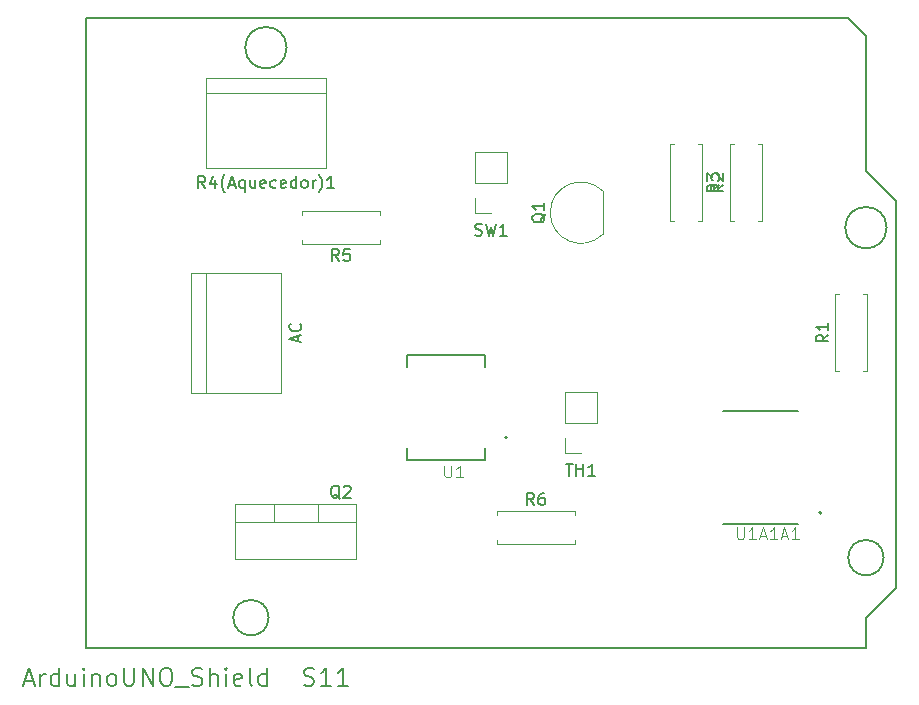
<source format=gbr>
%TF.GenerationSoftware,KiCad,Pcbnew,(5.1.9)-1*%
%TF.CreationDate,2021-05-12T10:09:58-03:00*%
%TF.ProjectId,esquematico,65737175-656d-4617-9469-636f2e6b6963,rev?*%
%TF.SameCoordinates,Original*%
%TF.FileFunction,Legend,Top*%
%TF.FilePolarity,Positive*%
%FSLAX46Y46*%
G04 Gerber Fmt 4.6, Leading zero omitted, Abs format (unit mm)*
G04 Created by KiCad (PCBNEW (5.1.9)-1) date 2021-05-12 10:09:58*
%MOMM*%
%LPD*%
G01*
G04 APERTURE LIST*
%ADD10C,0.120000*%
%ADD11C,0.150000*%
%ADD12C,0.200000*%
%ADD13C,0.127000*%
%ADD14C,0.015000*%
G04 APERTURE END LIST*
D10*
%TO.C,Q2*%
X61541000Y-74200000D02*
X61541000Y-75710000D01*
X57840000Y-74200000D02*
X57840000Y-75710000D01*
X54570000Y-75710000D02*
X64810000Y-75710000D01*
X64810000Y-74200000D02*
X64810000Y-78841000D01*
X54570000Y-74200000D02*
X54570000Y-78841000D01*
X54570000Y-78841000D02*
X64810000Y-78841000D01*
X54570000Y-74200000D02*
X64810000Y-74200000D01*
%TO.C,AC*%
X52070000Y-64770000D02*
X52070000Y-54610000D01*
X50800000Y-64770000D02*
X58420000Y-64770000D01*
X58420000Y-64770000D02*
X58420000Y-54610000D01*
X58420000Y-54610000D02*
X50800000Y-54610000D01*
X50800000Y-54610000D02*
X50800000Y-64770000D01*
D11*
%TO.C,S11*%
X58902600Y-35560000D02*
G75*
G03*
X58902600Y-35560000I-1752600J0D01*
G01*
X109702600Y-50800000D02*
G75*
G03*
X109702600Y-50800000I-1752600J0D01*
G01*
X109448600Y-78740000D02*
G75*
G03*
X109448600Y-78740000I-1498600J0D01*
G01*
X57378600Y-83820000D02*
G75*
G03*
X57378600Y-83820000I-1498600J0D01*
G01*
X41910000Y-86360000D02*
X107950000Y-86360000D01*
X107950000Y-86360000D02*
X107950000Y-83820000D01*
X107950000Y-83820000D02*
X110490000Y-81280000D01*
X110490000Y-81280000D02*
X110490000Y-48514000D01*
X110490000Y-48514000D02*
X107950000Y-45974000D01*
X107950000Y-45974000D02*
X107950000Y-34544000D01*
X107950000Y-34544000D02*
X106426000Y-33020000D01*
X106426000Y-33020000D02*
X41910000Y-33020000D01*
X41910000Y-33020000D02*
X41910000Y-86360000D01*
D12*
%TO.C,U1*%
X77570000Y-68580000D02*
G75*
G03*
X77570000Y-68580000I-100000J0D01*
G01*
D13*
X69090000Y-70490000D02*
X69090000Y-69490000D01*
X75690000Y-70490000D02*
X69090000Y-70490000D01*
X75690000Y-69490000D02*
X75690000Y-70490000D01*
X69090000Y-61590000D02*
X69090000Y-62590000D01*
X75690000Y-61590000D02*
X69090000Y-61590000D01*
X75690000Y-62590000D02*
X75690000Y-61590000D01*
D10*
%TO.C,TH1*%
X83820000Y-69910000D02*
X82490000Y-69910000D01*
X82490000Y-69910000D02*
X82490000Y-68580000D01*
X82490000Y-67310000D02*
X82490000Y-64710000D01*
X85150000Y-64710000D02*
X82490000Y-64710000D01*
X85150000Y-67310000D02*
X85150000Y-64710000D01*
X85150000Y-67310000D02*
X82490000Y-67310000D01*
%TO.C,SW1*%
X76200000Y-49590000D02*
X74870000Y-49590000D01*
X74870000Y-49590000D02*
X74870000Y-48260000D01*
X74870000Y-46990000D02*
X74870000Y-44390000D01*
X77530000Y-44390000D02*
X74870000Y-44390000D01*
X77530000Y-46990000D02*
X77530000Y-44390000D01*
X77530000Y-46990000D02*
X74870000Y-46990000D01*
%TO.C,R5*%
X60230000Y-49430000D02*
X60230000Y-49760000D01*
X66770000Y-49430000D02*
X60230000Y-49430000D01*
X66770000Y-49760000D02*
X66770000Y-49430000D01*
X60230000Y-52170000D02*
X60230000Y-51840000D01*
X66770000Y-52170000D02*
X60230000Y-52170000D01*
X66770000Y-51840000D02*
X66770000Y-52170000D01*
%TO.C,R3*%
X91340000Y-50260000D02*
X91670000Y-50260000D01*
X91340000Y-43720000D02*
X91340000Y-50260000D01*
X91670000Y-43720000D02*
X91340000Y-43720000D01*
X94080000Y-50260000D02*
X93750000Y-50260000D01*
X94080000Y-43720000D02*
X94080000Y-50260000D01*
X93750000Y-43720000D02*
X94080000Y-43720000D01*
%TO.C,R2*%
X99160000Y-43720000D02*
X98830000Y-43720000D01*
X99160000Y-50260000D02*
X99160000Y-43720000D01*
X98830000Y-50260000D02*
X99160000Y-50260000D01*
X96420000Y-43720000D02*
X96750000Y-43720000D01*
X96420000Y-50260000D02*
X96420000Y-43720000D01*
X96750000Y-50260000D02*
X96420000Y-50260000D01*
%TO.C,R1*%
X108050000Y-56420000D02*
X107720000Y-56420000D01*
X108050000Y-62960000D02*
X108050000Y-56420000D01*
X107720000Y-62960000D02*
X108050000Y-62960000D01*
X105310000Y-56420000D02*
X105640000Y-56420000D01*
X105310000Y-62960000D02*
X105310000Y-56420000D01*
X105640000Y-62960000D02*
X105310000Y-62960000D01*
%TO.C,Q1*%
X85670000Y-51330000D02*
X85670000Y-47730000D01*
X85658478Y-47691522D02*
G75*
G03*
X81220000Y-49530000I-1838478J-1838478D01*
G01*
X85658478Y-51368478D02*
G75*
G02*
X81220000Y-49530000I-1838478J1838478D01*
G01*
%TO.C,R4(Aquecedor)1*%
X52070000Y-39370000D02*
X62230000Y-39370000D01*
X52070000Y-38100000D02*
X52070000Y-45720000D01*
X52070000Y-45720000D02*
X62230000Y-45720000D01*
X62230000Y-45720000D02*
X62230000Y-38100000D01*
X62230000Y-38100000D02*
X52070000Y-38100000D01*
D12*
%TO.C,U1A1A1*%
X104195000Y-74930000D02*
G75*
G03*
X104195000Y-74930000I-100000J0D01*
G01*
D13*
X102235000Y-75915000D02*
X95885000Y-75915000D01*
X102235000Y-66325000D02*
X95885000Y-66325000D01*
D10*
%TO.C,R6*%
X83280000Y-77570000D02*
X83280000Y-77240000D01*
X76740000Y-77570000D02*
X83280000Y-77570000D01*
X76740000Y-77240000D02*
X76740000Y-77570000D01*
X83280000Y-74830000D02*
X83280000Y-75160000D01*
X76740000Y-74830000D02*
X83280000Y-74830000D01*
X76740000Y-75160000D02*
X76740000Y-74830000D01*
%TO.C,Q2*%
D11*
X63404761Y-73747619D02*
X63309523Y-73700000D01*
X63214285Y-73604761D01*
X63071428Y-73461904D01*
X62976190Y-73414285D01*
X62880952Y-73414285D01*
X62928571Y-73652380D02*
X62833333Y-73604761D01*
X62738095Y-73509523D01*
X62690476Y-73319047D01*
X62690476Y-72985714D01*
X62738095Y-72795238D01*
X62833333Y-72700000D01*
X62928571Y-72652380D01*
X63119047Y-72652380D01*
X63214285Y-72700000D01*
X63309523Y-72795238D01*
X63357142Y-72985714D01*
X63357142Y-73319047D01*
X63309523Y-73509523D01*
X63214285Y-73604761D01*
X63119047Y-73652380D01*
X62928571Y-73652380D01*
X63738095Y-72747619D02*
X63785714Y-72700000D01*
X63880952Y-72652380D01*
X64119047Y-72652380D01*
X64214285Y-72700000D01*
X64261904Y-72747619D01*
X64309523Y-72842857D01*
X64309523Y-72938095D01*
X64261904Y-73080952D01*
X63690476Y-73652380D01*
X64309523Y-73652380D01*
%TO.C,AC*%
X59856666Y-60428095D02*
X59856666Y-59951904D01*
X60142380Y-60523333D02*
X59142380Y-60190000D01*
X60142380Y-59856666D01*
X60047142Y-58951904D02*
X60094761Y-58999523D01*
X60142380Y-59142380D01*
X60142380Y-59237619D01*
X60094761Y-59380476D01*
X59999523Y-59475714D01*
X59904285Y-59523333D01*
X59713809Y-59570952D01*
X59570952Y-59570952D01*
X59380476Y-59523333D01*
X59285238Y-59475714D01*
X59190000Y-59380476D01*
X59142380Y-59237619D01*
X59142380Y-59142380D01*
X59190000Y-58999523D01*
X59237619Y-58951904D01*
%TO.C,S11*%
X60372857Y-89507142D02*
X60587142Y-89578571D01*
X60944285Y-89578571D01*
X61087142Y-89507142D01*
X61158571Y-89435714D01*
X61230000Y-89292857D01*
X61230000Y-89150000D01*
X61158571Y-89007142D01*
X61087142Y-88935714D01*
X60944285Y-88864285D01*
X60658571Y-88792857D01*
X60515714Y-88721428D01*
X60444285Y-88650000D01*
X60372857Y-88507142D01*
X60372857Y-88364285D01*
X60444285Y-88221428D01*
X60515714Y-88150000D01*
X60658571Y-88078571D01*
X61015714Y-88078571D01*
X61230000Y-88150000D01*
X62658571Y-89578571D02*
X61801428Y-89578571D01*
X62230000Y-89578571D02*
X62230000Y-88078571D01*
X62087142Y-88292857D01*
X61944285Y-88435714D01*
X61801428Y-88507142D01*
X64087142Y-89578571D02*
X63230000Y-89578571D01*
X63658571Y-89578571D02*
X63658571Y-88078571D01*
X63515714Y-88292857D01*
X63372857Y-88435714D01*
X63230000Y-88507142D01*
X36704285Y-89150000D02*
X37418571Y-89150000D01*
X36561428Y-89578571D02*
X37061428Y-88078571D01*
X37561428Y-89578571D01*
X38061428Y-89578571D02*
X38061428Y-88578571D01*
X38061428Y-88864285D02*
X38132857Y-88721428D01*
X38204285Y-88650000D01*
X38347142Y-88578571D01*
X38490000Y-88578571D01*
X39632857Y-89578571D02*
X39632857Y-88078571D01*
X39632857Y-89507142D02*
X39490000Y-89578571D01*
X39204285Y-89578571D01*
X39061428Y-89507142D01*
X38990000Y-89435714D01*
X38918571Y-89292857D01*
X38918571Y-88864285D01*
X38990000Y-88721428D01*
X39061428Y-88650000D01*
X39204285Y-88578571D01*
X39490000Y-88578571D01*
X39632857Y-88650000D01*
X40990000Y-88578571D02*
X40990000Y-89578571D01*
X40347142Y-88578571D02*
X40347142Y-89364285D01*
X40418571Y-89507142D01*
X40561428Y-89578571D01*
X40775714Y-89578571D01*
X40918571Y-89507142D01*
X40990000Y-89435714D01*
X41704285Y-89578571D02*
X41704285Y-88578571D01*
X41704285Y-88078571D02*
X41632857Y-88150000D01*
X41704285Y-88221428D01*
X41775714Y-88150000D01*
X41704285Y-88078571D01*
X41704285Y-88221428D01*
X42418571Y-88578571D02*
X42418571Y-89578571D01*
X42418571Y-88721428D02*
X42490000Y-88650000D01*
X42632857Y-88578571D01*
X42847142Y-88578571D01*
X42990000Y-88650000D01*
X43061428Y-88792857D01*
X43061428Y-89578571D01*
X43990000Y-89578571D02*
X43847142Y-89507142D01*
X43775714Y-89435714D01*
X43704285Y-89292857D01*
X43704285Y-88864285D01*
X43775714Y-88721428D01*
X43847142Y-88650000D01*
X43990000Y-88578571D01*
X44204285Y-88578571D01*
X44347142Y-88650000D01*
X44418571Y-88721428D01*
X44490000Y-88864285D01*
X44490000Y-89292857D01*
X44418571Y-89435714D01*
X44347142Y-89507142D01*
X44204285Y-89578571D01*
X43990000Y-89578571D01*
X45132857Y-88078571D02*
X45132857Y-89292857D01*
X45204285Y-89435714D01*
X45275714Y-89507142D01*
X45418571Y-89578571D01*
X45704285Y-89578571D01*
X45847142Y-89507142D01*
X45918571Y-89435714D01*
X45990000Y-89292857D01*
X45990000Y-88078571D01*
X46704285Y-89578571D02*
X46704285Y-88078571D01*
X47561428Y-89578571D01*
X47561428Y-88078571D01*
X48561428Y-88078571D02*
X48847142Y-88078571D01*
X48990000Y-88150000D01*
X49132857Y-88292857D01*
X49204285Y-88578571D01*
X49204285Y-89078571D01*
X49132857Y-89364285D01*
X48990000Y-89507142D01*
X48847142Y-89578571D01*
X48561428Y-89578571D01*
X48418571Y-89507142D01*
X48275714Y-89364285D01*
X48204285Y-89078571D01*
X48204285Y-88578571D01*
X48275714Y-88292857D01*
X48418571Y-88150000D01*
X48561428Y-88078571D01*
X49490000Y-89721428D02*
X50632857Y-89721428D01*
X50918571Y-89507142D02*
X51132857Y-89578571D01*
X51490000Y-89578571D01*
X51632857Y-89507142D01*
X51704285Y-89435714D01*
X51775714Y-89292857D01*
X51775714Y-89150000D01*
X51704285Y-89007142D01*
X51632857Y-88935714D01*
X51490000Y-88864285D01*
X51204285Y-88792857D01*
X51061428Y-88721428D01*
X50990000Y-88650000D01*
X50918571Y-88507142D01*
X50918571Y-88364285D01*
X50990000Y-88221428D01*
X51061428Y-88150000D01*
X51204285Y-88078571D01*
X51561428Y-88078571D01*
X51775714Y-88150000D01*
X52418571Y-89578571D02*
X52418571Y-88078571D01*
X53061428Y-89578571D02*
X53061428Y-88792857D01*
X52990000Y-88650000D01*
X52847142Y-88578571D01*
X52632857Y-88578571D01*
X52490000Y-88650000D01*
X52418571Y-88721428D01*
X53775714Y-89578571D02*
X53775714Y-88578571D01*
X53775714Y-88078571D02*
X53704285Y-88150000D01*
X53775714Y-88221428D01*
X53847142Y-88150000D01*
X53775714Y-88078571D01*
X53775714Y-88221428D01*
X55061428Y-89507142D02*
X54918571Y-89578571D01*
X54632857Y-89578571D01*
X54490000Y-89507142D01*
X54418571Y-89364285D01*
X54418571Y-88792857D01*
X54490000Y-88650000D01*
X54632857Y-88578571D01*
X54918571Y-88578571D01*
X55061428Y-88650000D01*
X55132857Y-88792857D01*
X55132857Y-88935714D01*
X54418571Y-89078571D01*
X55990000Y-89578571D02*
X55847142Y-89507142D01*
X55775714Y-89364285D01*
X55775714Y-88078571D01*
X57204285Y-89578571D02*
X57204285Y-88078571D01*
X57204285Y-89507142D02*
X57061428Y-89578571D01*
X56775714Y-89578571D01*
X56632857Y-89507142D01*
X56561428Y-89435714D01*
X56490000Y-89292857D01*
X56490000Y-88864285D01*
X56561428Y-88721428D01*
X56632857Y-88650000D01*
X56775714Y-88578571D01*
X57061428Y-88578571D01*
X57204285Y-88650000D01*
%TO.C,U1*%
D14*
X72268085Y-70944030D02*
X72268085Y-71753554D01*
X72315704Y-71848792D01*
X72363323Y-71896411D01*
X72458561Y-71944030D01*
X72649037Y-71944030D01*
X72744275Y-71896411D01*
X72791894Y-71848792D01*
X72839513Y-71753554D01*
X72839513Y-70944030D01*
X73839513Y-71944030D02*
X73268085Y-71944030D01*
X73553799Y-71944030D02*
X73553799Y-70944030D01*
X73458561Y-71086888D01*
X73363323Y-71182126D01*
X73268085Y-71229745D01*
%TO.C,TH1*%
D11*
X82534285Y-70802380D02*
X83105714Y-70802380D01*
X82820000Y-71802380D02*
X82820000Y-70802380D01*
X83439047Y-71802380D02*
X83439047Y-70802380D01*
X83439047Y-71278571D02*
X84010476Y-71278571D01*
X84010476Y-71802380D02*
X84010476Y-70802380D01*
X85010476Y-71802380D02*
X84439047Y-71802380D01*
X84724761Y-71802380D02*
X84724761Y-70802380D01*
X84629523Y-70945238D01*
X84534285Y-71040476D01*
X84439047Y-71088095D01*
%TO.C,SW1*%
X74866666Y-51434761D02*
X75009523Y-51482380D01*
X75247619Y-51482380D01*
X75342857Y-51434761D01*
X75390476Y-51387142D01*
X75438095Y-51291904D01*
X75438095Y-51196666D01*
X75390476Y-51101428D01*
X75342857Y-51053809D01*
X75247619Y-51006190D01*
X75057142Y-50958571D01*
X74961904Y-50910952D01*
X74914285Y-50863333D01*
X74866666Y-50768095D01*
X74866666Y-50672857D01*
X74914285Y-50577619D01*
X74961904Y-50530000D01*
X75057142Y-50482380D01*
X75295238Y-50482380D01*
X75438095Y-50530000D01*
X75771428Y-50482380D02*
X76009523Y-51482380D01*
X76200000Y-50768095D01*
X76390476Y-51482380D01*
X76628571Y-50482380D01*
X77533333Y-51482380D02*
X76961904Y-51482380D01*
X77247619Y-51482380D02*
X77247619Y-50482380D01*
X77152380Y-50625238D01*
X77057142Y-50720476D01*
X76961904Y-50768095D01*
%TO.C,R5*%
X63333333Y-53622380D02*
X63000000Y-53146190D01*
X62761904Y-53622380D02*
X62761904Y-52622380D01*
X63142857Y-52622380D01*
X63238095Y-52670000D01*
X63285714Y-52717619D01*
X63333333Y-52812857D01*
X63333333Y-52955714D01*
X63285714Y-53050952D01*
X63238095Y-53098571D01*
X63142857Y-53146190D01*
X62761904Y-53146190D01*
X64238095Y-52622380D02*
X63761904Y-52622380D01*
X63714285Y-53098571D01*
X63761904Y-53050952D01*
X63857142Y-53003333D01*
X64095238Y-53003333D01*
X64190476Y-53050952D01*
X64238095Y-53098571D01*
X64285714Y-53193809D01*
X64285714Y-53431904D01*
X64238095Y-53527142D01*
X64190476Y-53574761D01*
X64095238Y-53622380D01*
X63857142Y-53622380D01*
X63761904Y-53574761D01*
X63714285Y-53527142D01*
%TO.C,R3*%
X95532380Y-47156666D02*
X95056190Y-47490000D01*
X95532380Y-47728095D02*
X94532380Y-47728095D01*
X94532380Y-47347142D01*
X94580000Y-47251904D01*
X94627619Y-47204285D01*
X94722857Y-47156666D01*
X94865714Y-47156666D01*
X94960952Y-47204285D01*
X95008571Y-47251904D01*
X95056190Y-47347142D01*
X95056190Y-47728095D01*
X94532380Y-46823333D02*
X94532380Y-46204285D01*
X94913333Y-46537619D01*
X94913333Y-46394761D01*
X94960952Y-46299523D01*
X95008571Y-46251904D01*
X95103809Y-46204285D01*
X95341904Y-46204285D01*
X95437142Y-46251904D01*
X95484761Y-46299523D01*
X95532380Y-46394761D01*
X95532380Y-46680476D01*
X95484761Y-46775714D01*
X95437142Y-46823333D01*
%TO.C,R2*%
X95872380Y-47156666D02*
X95396190Y-47490000D01*
X95872380Y-47728095D02*
X94872380Y-47728095D01*
X94872380Y-47347142D01*
X94920000Y-47251904D01*
X94967619Y-47204285D01*
X95062857Y-47156666D01*
X95205714Y-47156666D01*
X95300952Y-47204285D01*
X95348571Y-47251904D01*
X95396190Y-47347142D01*
X95396190Y-47728095D01*
X94967619Y-46775714D02*
X94920000Y-46728095D01*
X94872380Y-46632857D01*
X94872380Y-46394761D01*
X94920000Y-46299523D01*
X94967619Y-46251904D01*
X95062857Y-46204285D01*
X95158095Y-46204285D01*
X95300952Y-46251904D01*
X95872380Y-46823333D01*
X95872380Y-46204285D01*
%TO.C,R1*%
X104762380Y-59856666D02*
X104286190Y-60190000D01*
X104762380Y-60428095D02*
X103762380Y-60428095D01*
X103762380Y-60047142D01*
X103810000Y-59951904D01*
X103857619Y-59904285D01*
X103952857Y-59856666D01*
X104095714Y-59856666D01*
X104190952Y-59904285D01*
X104238571Y-59951904D01*
X104286190Y-60047142D01*
X104286190Y-60428095D01*
X104762380Y-58904285D02*
X104762380Y-59475714D01*
X104762380Y-59190000D02*
X103762380Y-59190000D01*
X103905238Y-59285238D01*
X104000476Y-59380476D01*
X104048095Y-59475714D01*
%TO.C,Q1*%
X80807619Y-49625238D02*
X80760000Y-49720476D01*
X80664761Y-49815714D01*
X80521904Y-49958571D01*
X80474285Y-50053809D01*
X80474285Y-50149047D01*
X80712380Y-50101428D02*
X80664761Y-50196666D01*
X80569523Y-50291904D01*
X80379047Y-50339523D01*
X80045714Y-50339523D01*
X79855238Y-50291904D01*
X79760000Y-50196666D01*
X79712380Y-50101428D01*
X79712380Y-49910952D01*
X79760000Y-49815714D01*
X79855238Y-49720476D01*
X80045714Y-49672857D01*
X80379047Y-49672857D01*
X80569523Y-49720476D01*
X80664761Y-49815714D01*
X80712380Y-49910952D01*
X80712380Y-50101428D01*
X80712380Y-48720476D02*
X80712380Y-49291904D01*
X80712380Y-49006190D02*
X79712380Y-49006190D01*
X79855238Y-49101428D01*
X79950476Y-49196666D01*
X79998095Y-49291904D01*
%TO.C,R4(Aquecedor)1*%
X52007142Y-47442380D02*
X51673809Y-46966190D01*
X51435714Y-47442380D02*
X51435714Y-46442380D01*
X51816666Y-46442380D01*
X51911904Y-46490000D01*
X51959523Y-46537619D01*
X52007142Y-46632857D01*
X52007142Y-46775714D01*
X51959523Y-46870952D01*
X51911904Y-46918571D01*
X51816666Y-46966190D01*
X51435714Y-46966190D01*
X52864285Y-46775714D02*
X52864285Y-47442380D01*
X52626190Y-46394761D02*
X52388095Y-47109047D01*
X53007142Y-47109047D01*
X53673809Y-47823333D02*
X53626190Y-47775714D01*
X53530952Y-47632857D01*
X53483333Y-47537619D01*
X53435714Y-47394761D01*
X53388095Y-47156666D01*
X53388095Y-46966190D01*
X53435714Y-46728095D01*
X53483333Y-46585238D01*
X53530952Y-46490000D01*
X53626190Y-46347142D01*
X53673809Y-46299523D01*
X54007142Y-47156666D02*
X54483333Y-47156666D01*
X53911904Y-47442380D02*
X54245238Y-46442380D01*
X54578571Y-47442380D01*
X55340476Y-46775714D02*
X55340476Y-47775714D01*
X55340476Y-47394761D02*
X55245238Y-47442380D01*
X55054761Y-47442380D01*
X54959523Y-47394761D01*
X54911904Y-47347142D01*
X54864285Y-47251904D01*
X54864285Y-46966190D01*
X54911904Y-46870952D01*
X54959523Y-46823333D01*
X55054761Y-46775714D01*
X55245238Y-46775714D01*
X55340476Y-46823333D01*
X56245238Y-46775714D02*
X56245238Y-47442380D01*
X55816666Y-46775714D02*
X55816666Y-47299523D01*
X55864285Y-47394761D01*
X55959523Y-47442380D01*
X56102380Y-47442380D01*
X56197619Y-47394761D01*
X56245238Y-47347142D01*
X57102380Y-47394761D02*
X57007142Y-47442380D01*
X56816666Y-47442380D01*
X56721428Y-47394761D01*
X56673809Y-47299523D01*
X56673809Y-46918571D01*
X56721428Y-46823333D01*
X56816666Y-46775714D01*
X57007142Y-46775714D01*
X57102380Y-46823333D01*
X57150000Y-46918571D01*
X57150000Y-47013809D01*
X56673809Y-47109047D01*
X58007142Y-47394761D02*
X57911904Y-47442380D01*
X57721428Y-47442380D01*
X57626190Y-47394761D01*
X57578571Y-47347142D01*
X57530952Y-47251904D01*
X57530952Y-46966190D01*
X57578571Y-46870952D01*
X57626190Y-46823333D01*
X57721428Y-46775714D01*
X57911904Y-46775714D01*
X58007142Y-46823333D01*
X58816666Y-47394761D02*
X58721428Y-47442380D01*
X58530952Y-47442380D01*
X58435714Y-47394761D01*
X58388095Y-47299523D01*
X58388095Y-46918571D01*
X58435714Y-46823333D01*
X58530952Y-46775714D01*
X58721428Y-46775714D01*
X58816666Y-46823333D01*
X58864285Y-46918571D01*
X58864285Y-47013809D01*
X58388095Y-47109047D01*
X59721428Y-47442380D02*
X59721428Y-46442380D01*
X59721428Y-47394761D02*
X59626190Y-47442380D01*
X59435714Y-47442380D01*
X59340476Y-47394761D01*
X59292857Y-47347142D01*
X59245238Y-47251904D01*
X59245238Y-46966190D01*
X59292857Y-46870952D01*
X59340476Y-46823333D01*
X59435714Y-46775714D01*
X59626190Y-46775714D01*
X59721428Y-46823333D01*
X60340476Y-47442380D02*
X60245238Y-47394761D01*
X60197619Y-47347142D01*
X60150000Y-47251904D01*
X60150000Y-46966190D01*
X60197619Y-46870952D01*
X60245238Y-46823333D01*
X60340476Y-46775714D01*
X60483333Y-46775714D01*
X60578571Y-46823333D01*
X60626190Y-46870952D01*
X60673809Y-46966190D01*
X60673809Y-47251904D01*
X60626190Y-47347142D01*
X60578571Y-47394761D01*
X60483333Y-47442380D01*
X60340476Y-47442380D01*
X61102380Y-47442380D02*
X61102380Y-46775714D01*
X61102380Y-46966190D02*
X61150000Y-46870952D01*
X61197619Y-46823333D01*
X61292857Y-46775714D01*
X61388095Y-46775714D01*
X61626190Y-47823333D02*
X61673809Y-47775714D01*
X61769047Y-47632857D01*
X61816666Y-47537619D01*
X61864285Y-47394761D01*
X61911904Y-47156666D01*
X61911904Y-46966190D01*
X61864285Y-46728095D01*
X61816666Y-46585238D01*
X61769047Y-46490000D01*
X61673809Y-46347142D01*
X61626190Y-46299523D01*
X62911904Y-47442380D02*
X62340476Y-47442380D01*
X62626190Y-47442380D02*
X62626190Y-46442380D01*
X62530952Y-46585238D01*
X62435714Y-46680476D01*
X62340476Y-46728095D01*
%TO.C,U1A1A1*%
D14*
X97053571Y-76179380D02*
X97053571Y-76988904D01*
X97101190Y-77084142D01*
X97148809Y-77131761D01*
X97244047Y-77179380D01*
X97434523Y-77179380D01*
X97529761Y-77131761D01*
X97577380Y-77084142D01*
X97625000Y-76988904D01*
X97625000Y-76179380D01*
X98625000Y-77179380D02*
X98053571Y-77179380D01*
X98339285Y-77179380D02*
X98339285Y-76179380D01*
X98244047Y-76322238D01*
X98148809Y-76417476D01*
X98053571Y-76465095D01*
X99005952Y-76893666D02*
X99482142Y-76893666D01*
X98910714Y-77179380D02*
X99244047Y-76179380D01*
X99577380Y-77179380D01*
X100434523Y-77179380D02*
X99863095Y-77179380D01*
X100148809Y-77179380D02*
X100148809Y-76179380D01*
X100053571Y-76322238D01*
X99958333Y-76417476D01*
X99863095Y-76465095D01*
X100815476Y-76893666D02*
X101291666Y-76893666D01*
X100720238Y-77179380D02*
X101053571Y-76179380D01*
X101386904Y-77179380D01*
X102244047Y-77179380D02*
X101672619Y-77179380D01*
X101958333Y-77179380D02*
X101958333Y-76179380D01*
X101863095Y-76322238D01*
X101767857Y-76417476D01*
X101672619Y-76465095D01*
%TO.C,R6*%
D11*
X79843333Y-74282380D02*
X79510000Y-73806190D01*
X79271904Y-74282380D02*
X79271904Y-73282380D01*
X79652857Y-73282380D01*
X79748095Y-73330000D01*
X79795714Y-73377619D01*
X79843333Y-73472857D01*
X79843333Y-73615714D01*
X79795714Y-73710952D01*
X79748095Y-73758571D01*
X79652857Y-73806190D01*
X79271904Y-73806190D01*
X80700476Y-73282380D02*
X80510000Y-73282380D01*
X80414761Y-73330000D01*
X80367142Y-73377619D01*
X80271904Y-73520476D01*
X80224285Y-73710952D01*
X80224285Y-74091904D01*
X80271904Y-74187142D01*
X80319523Y-74234761D01*
X80414761Y-74282380D01*
X80605238Y-74282380D01*
X80700476Y-74234761D01*
X80748095Y-74187142D01*
X80795714Y-74091904D01*
X80795714Y-73853809D01*
X80748095Y-73758571D01*
X80700476Y-73710952D01*
X80605238Y-73663333D01*
X80414761Y-73663333D01*
X80319523Y-73710952D01*
X80271904Y-73758571D01*
X80224285Y-73853809D01*
%TD*%
M02*

</source>
